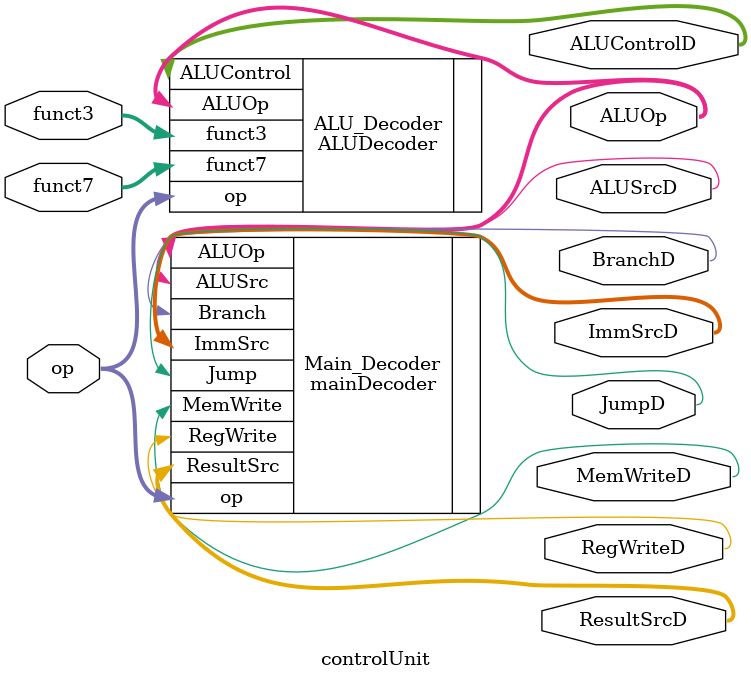
<source format=v>
`timescale 1ns / 1ps

module controlUnit(
    input wire [6:0] op,
    input wire [6:0] funct7,
    input wire [2:0] funct3,
    output wire RegWriteD, MemWriteD, JumpD, BranchD, ALUSrcD,
    output wire [1:0] ResultSrcD, ImmSrcD, ALUOp,
    output wire [2:0] ALUControlD
    );
    
    mainDecoder Main_Decoder(
        .op(op),
        .Branch(BranchD),
        .Jump(JumpD),
        .MemWrite(MemWriteD),
        .ALUSrc(ALUSrcD),
        .RegWrite(RegWriteD),
        .ResultSrc(ResultSrcD),
        .ImmSrc(ImmSrcD),
        .ALUOp(ALUOp)
    );
    
    ALUDecoder ALU_Decoder(
        .ALUOp(ALUOp),
        .funct3(funct3),
        .funct7(funct7),
        .op(op),
        .ALUControl(ALUControlD)
    );
endmodule

</source>
